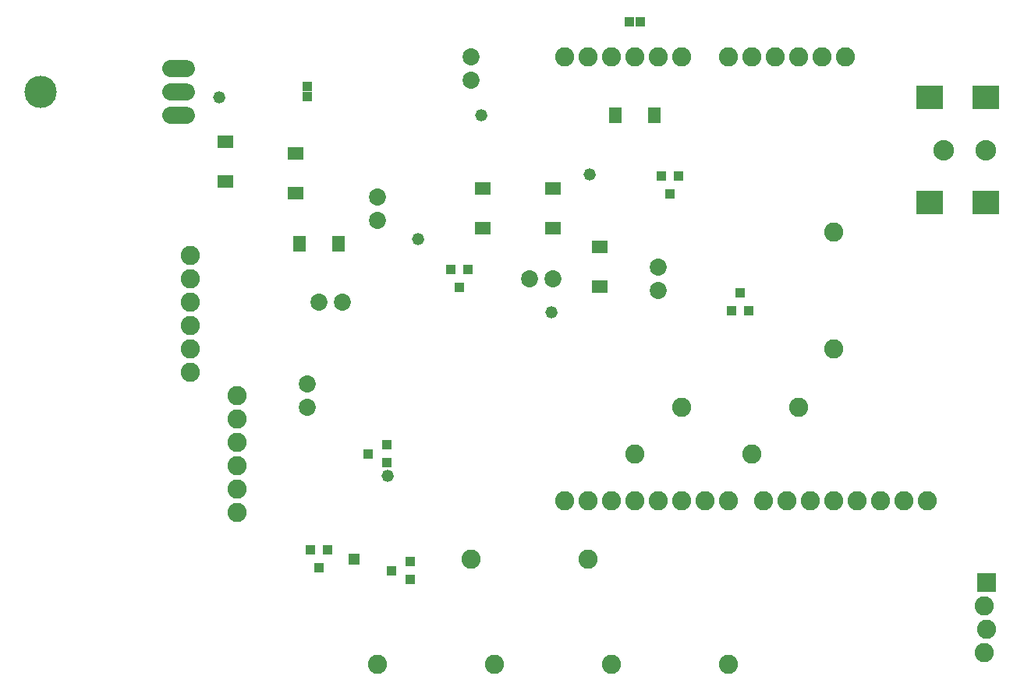
<source format=gts>
G75*
%MOIN*%
%OFA0B0*%
%FSLAX25Y25*%
%IPPOS*%
%LPD*%
%AMOC8*
5,1,8,0,0,1.08239X$1,22.5*
%
%ADD10C,0.07300*%
%ADD11R,0.06587X0.05800*%
%ADD12R,0.05800X0.06587*%
%ADD13R,0.11824X0.10249*%
%ADD14C,0.08800*%
%ADD15C,0.08200*%
%ADD16R,0.04343X0.03950*%
%ADD17R,0.03950X0.04343*%
%ADD18R,0.08200X0.08200*%
%ADD19C,0.07200*%
%ADD20C,0.13800*%
%ADD21R,0.04343X0.04146*%
%ADD22R,0.04146X0.04343*%
%ADD23C,0.05200*%
%ADD24R,0.05162X0.05162*%
D10*
X0418333Y0170000D03*
X0418333Y0180000D03*
X0423333Y0215000D03*
X0433333Y0215000D03*
X0448333Y0250000D03*
X0448333Y0260000D03*
X0513333Y0225000D03*
X0523333Y0225000D03*
X0568333Y0220000D03*
X0568333Y0230000D03*
X0488333Y0310000D03*
X0488333Y0320000D03*
D11*
X0413333Y0278465D03*
X0383333Y0283465D03*
X0383333Y0266535D03*
X0413333Y0261535D03*
X0493333Y0263465D03*
X0493333Y0246535D03*
X0523333Y0246535D03*
X0543333Y0238465D03*
X0543333Y0221535D03*
X0523333Y0263465D03*
D12*
X0549869Y0295000D03*
X0566798Y0295000D03*
X0431798Y0240000D03*
X0414869Y0240000D03*
D13*
X0684318Y0257559D03*
X0708333Y0257559D03*
X0708333Y0302441D03*
X0684318Y0302441D03*
D14*
X0690333Y0280000D03*
X0708333Y0280000D03*
D15*
X0388333Y0125000D03*
X0388333Y0135000D03*
X0388333Y0145000D03*
X0388333Y0155000D03*
X0388333Y0165000D03*
X0388333Y0175000D03*
X0368333Y0185000D03*
X0368333Y0195000D03*
X0368333Y0205000D03*
X0368333Y0215000D03*
X0368333Y0225000D03*
X0368333Y0235000D03*
X0528333Y0320000D03*
X0538333Y0320000D03*
X0548333Y0320000D03*
X0558333Y0320000D03*
X0568333Y0320000D03*
X0578333Y0320000D03*
X0598333Y0320000D03*
X0608333Y0320000D03*
X0618333Y0320000D03*
X0628333Y0320000D03*
X0638333Y0320000D03*
X0648333Y0320000D03*
X0643333Y0245000D03*
X0643333Y0195000D03*
X0628333Y0170000D03*
X0608333Y0150000D03*
X0613333Y0130000D03*
X0623333Y0130000D03*
X0633333Y0130000D03*
X0643333Y0130000D03*
X0653333Y0130000D03*
X0663333Y0130000D03*
X0673333Y0130000D03*
X0683333Y0130000D03*
X0598333Y0130000D03*
X0588333Y0130000D03*
X0578333Y0130000D03*
X0568333Y0130000D03*
X0558333Y0130000D03*
X0548333Y0130000D03*
X0538333Y0130000D03*
X0528333Y0130000D03*
X0558333Y0150000D03*
X0578333Y0170000D03*
X0538333Y0105000D03*
X0488333Y0105000D03*
X0498333Y0060000D03*
X0448333Y0060000D03*
X0548333Y0060000D03*
X0598333Y0060000D03*
X0707833Y0065000D03*
X0708833Y0075000D03*
X0707833Y0085000D03*
D16*
X0462270Y0096260D03*
X0454396Y0100000D03*
X0462270Y0103740D03*
X0452270Y0146260D03*
X0452270Y0153740D03*
X0444396Y0150000D03*
D17*
X0427073Y0108937D03*
X0419593Y0108937D03*
X0423333Y0101063D03*
X0599593Y0211063D03*
X0607073Y0211063D03*
X0603333Y0218937D03*
X0573333Y0261063D03*
X0569593Y0268937D03*
X0577073Y0268937D03*
X0487073Y0228937D03*
X0479593Y0228937D03*
X0483333Y0221063D03*
D18*
X0708833Y0095000D03*
D19*
X0366533Y0295000D02*
X0360133Y0295000D01*
X0360133Y0305000D02*
X0366533Y0305000D01*
X0366533Y0315000D02*
X0360133Y0315000D01*
D20*
X0304333Y0305000D03*
D21*
X0418333Y0302717D03*
X0418333Y0307283D03*
D22*
X0556050Y0335000D03*
X0560617Y0335000D03*
D23*
X0492708Y0295000D03*
X0538958Y0269375D03*
X0465833Y0241875D03*
X0522708Y0210625D03*
X0452708Y0140625D03*
X0380833Y0302500D03*
D24*
X0438333Y0105000D03*
M02*

</source>
